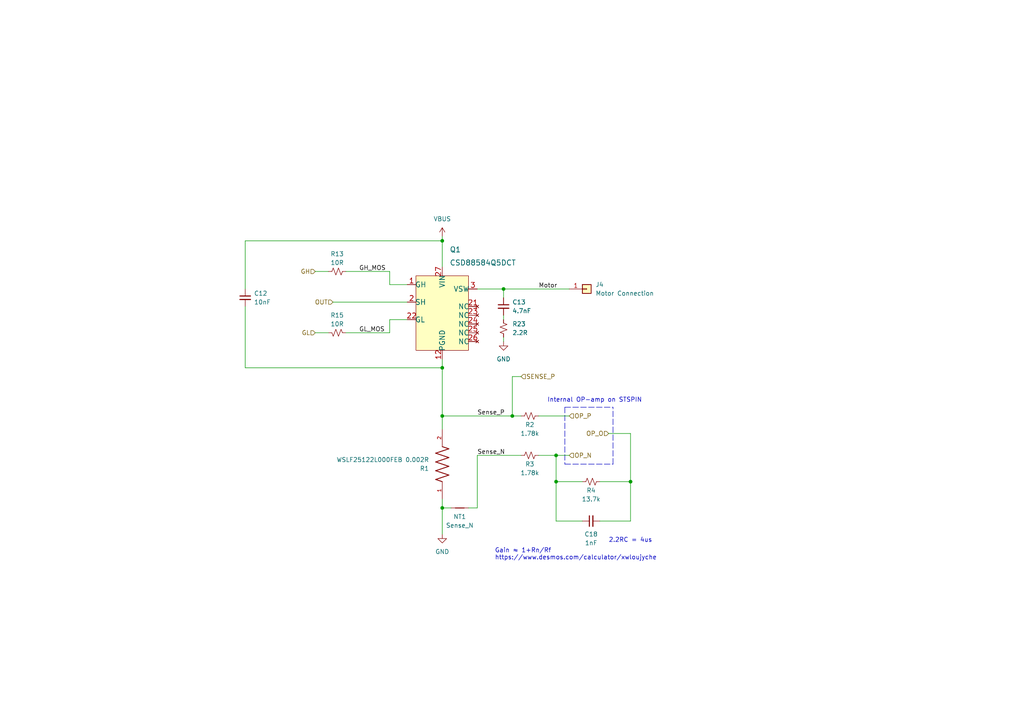
<source format=kicad_sch>
(kicad_sch (version 20211123) (generator eeschema)
  (paper "A4")
  (lib_symbols
    (symbol "Connector_Generic:Conn_01x01" (pin_names (offset 1.016) hide)
      (property "Reference" "J" (at 0 2.54 0))
      (property "Value" "Conn_01x01" (at 0 -2.54 0))
      (symbol "Conn_01x01_1_1"
        (rectangle (start -1.27 0.127) (end 0 -0.127) (stroke (width 0.1524)))
        (rectangle (start -1.27 1.27) (end 1.27 -1.27) (stroke (width 0.254)) (fill (type background)))
        (pin passive line (at -5.08 0 0) (length 3.81) (name "Pin_1") (number "1"))
      )
    )
    (symbol "Device:C_Small" (pin_numbers hide) (pin_names (offset 0.254) hide)
      (property "Reference" "C" (at 0.254 1.778 0))
      (property "Value" "C_Small" (at 0.254 -2.032 0))
      (symbol "C_Small_0_1"
        (polyline (pts (xy -1.524 -0.508) (xy 1.524 -0.508)) (stroke (width 0.3302)))
        (polyline (pts (xy -1.524 0.508) (xy 1.524 0.508)) (stroke (width 0.3048)))
      )
      (symbol "C_Small_1_1"
        (pin passive line (at 0 2.54 270) (length 2.032) (name "~") (number "1"))
        (pin passive line (at 0 -2.54 90) (length 2.032) (name "~") (number "2"))
      )
    )
    (symbol "Device:NetTie_2" (pin_numbers hide) (pin_names (offset 0) hide)
      (property "Reference" "NT" (at 0 1.27 0))
      (property "Value" "NetTie_2" (at 0 -1.27 0))
      (symbol "NetTie_2_0_1"
        (polyline (pts (xy -1.27 0) (xy 1.27 0)) (stroke (width 0.254)))
      )
      (symbol "NetTie_2_1_1"
        (pin passive line (at -2.54 0 0) (length 2.54) (name "1") (number "1"))
        (pin passive line (at 2.54 0 180) (length 2.54) (name "2") (number "2"))
      )
    )
    (symbol "Device:R_Small_US" (pin_numbers hide) (pin_names (offset 0.254) hide)
      (property "Reference" "R" (at 0.762 0.508 0))
      (property "Value" "R_Small_US" (at 0.762 -1.016 0))
      (symbol "R_Small_US_1_1"
        (polyline (pts (xy 0 0) (xy 1.016 -0.381) (xy 0 -0.762) (xy -1.016 -1.143) (xy 0 -1.524)))
        (polyline (pts (xy 0 1.524) (xy 1.016 1.143) (xy 0 0.762) (xy -1.016 0.381) (xy 0 0)))
        (pin passive line (at 0 2.54 270) (length 1.016) (name "~") (number "1"))
        (pin passive line (at 0 -2.54 90) (length 1.016) (name "~") (number "2"))
      )
    )
    (symbol "O32controller:CSD88584Q5DCT" (pin_names (offset -0.254))
      (property "Reference" "Q" (at 0 0 0))
      (property "Value" "CSD88584Q5DCT" (at 0 -31.75 0))
      (property "Datasheet" "https://www.ti.com/lit/ds/symlink/csd88584q5dc.pdf" (at 0 -35.56 0))
      (symbol "CSD88584Q5DCT_0_1"
        (rectangle (start -7.62 7.62) (end 7.62 -13.97) (fill (type background)))
      )
      (symbol "CSD88584Q5DCT_1_1"
        (pin input line (at -10.16 5.08 0) (length 2.54) (name "GH") (number "1"))
        (pin power_out line (at 0 -16.51 90) (length 2.54) (name "PGND") (number "12"))
        (pin output line (at -10.16 0 0) (length 2.54) (name "SH") (number "2"))
        (pin no_connect line (at 10.16 -1.27 180) (length 2.54) (name "NC") (number "21"))
        (pin input line (at -10.16 -5.08 0) (length 2.54) (name "GL") (number "22"))
        (pin no_connect line (at 10.16 -3.81 180) (length 2.54) (name "NC") (number "23"))
        (pin no_connect line (at 10.16 -6.35 180) (length 2.54) (name "NC") (number "24"))
        (pin no_connect line (at 10.16 -8.89 180) (length 2.54) (name "NC") (number "25"))
        (pin no_connect line (at 10.16 -11.43 180) (length 2.54) (name "NC") (number "26"))
        (pin power_in line (at 0 10.16 270) (length 2.54) (name "VIN") (number "27"))
        (pin output line (at 10.16 3.81 180) (length 2.54) (name "VSW") (number "3"))
      )
    )
    (symbol "O32controller:WSLF25122L000FEB" (pin_names (offset 1.016))
      (property "Reference" "R" (at -7.6244 2.5415 0))
      (property "Value" "WSLF25122L000FEB" (at -7.63 -5.0866 0))
      (symbol "WSLF25122L000FEB_0_0"
        (polyline (pts (xy -5.08 0) (xy -4.445 1.905)) (stroke (width 0.254)))
        (polyline (pts (xy -4.445 1.905) (xy -3.175 -1.905)) (stroke (width 0.254)))
        (polyline (pts (xy -3.175 -1.905) (xy -1.905 1.905)) (stroke (width 0.254)))
        (polyline (pts (xy -1.905 1.905) (xy -0.635 -1.905)) (stroke (width 0.254)))
        (polyline (pts (xy -0.635 -1.905) (xy 0.635 1.905)) (stroke (width 0.254)))
        (polyline (pts (xy 0.635 1.905) (xy 1.905 -1.905)) (stroke (width 0.254)))
        (polyline (pts (xy 1.905 -1.905) (xy 3.175 1.905)) (stroke (width 0.254)))
        (polyline (pts (xy 3.175 1.905) (xy 4.445 -1.905)) (stroke (width 0.254)))
        (polyline (pts (xy 4.445 -1.905) (xy 5.08 0)) (stroke (width 0.254)))
        (pin passive line (at -10.16 0 0) (length 5.08) (name "~") (number "1"))
        (pin passive line (at 10.16 0 180) (length 5.08) (name "~") (number "2"))
      )
    )
    (symbol "power:GND" (power) (pin_names (offset 0))
      (property "Value" "GND" (at 0 -3.81 0))
      (symbol "GND_0_1"
        (polyline (pts (xy 0 0) (xy 0 -1.27) (xy 1.27 -1.27) (xy 0 -2.54) (xy -1.27 -1.27) (xy 0 -1.27)))
      )
      (symbol "GND_1_1"
        (pin power_in line (at 0 0 270) (length 0) hide (name "GND") (number "1"))
      )
    )
    (symbol "power:VBUS" (power) (pin_names (offset 0))
      (property "Value" "VBUS" (at 0 3.81 0))
      (symbol "VBUS_0_1"
        (polyline (pts (xy -0.762 1.27) (xy 0 2.54)))
        (polyline (pts (xy 0 0) (xy 0 2.54)))
        (polyline (pts (xy 0 2.54) (xy 0.762 1.27)))
      )
      (symbol "VBUS_1_1"
        (pin power_in line (at 0 0 90) (length 0) hide (name "VBUS") (number "1"))
      )
    )
  )
  (junction (at 148.59 120.65))
  (junction (at 128.27 120.65))
  (junction (at 161.29 132.08))
  (junction (at 128.27 106.68))
  (junction (at 161.29 139.7))
  (junction (at 146.05 83.82))
  (junction (at 128.27 147.32))
  (junction (at 182.88 139.7))
  (junction (at 128.27 69.85))
  (wire (pts (xy 168.91 139.7) (xy 161.29 139.7)))
  (wire (pts (xy 138.43 83.82) (xy 146.05 83.82)))
  (wire (pts (xy 182.88 151.13) (xy 182.88 139.7)))
  (wire (pts (xy 128.27 106.68) (xy 128.27 120.65)))
  (wire (pts (xy 173.99 151.13) (xy 182.88 151.13)))
  (wire (pts (xy 161.29 132.08) (xy 161.29 139.7)))
  (wire (pts (xy 128.27 144.78) (xy 128.27 147.32)))
  (wire (pts (xy 173.99 139.7) (xy 182.88 139.7)))
  (polyline (pts (xy 163.83 118.11) (xy 177.8 118.11)))
  (wire (pts (xy 138.43 132.08) (xy 138.43 147.32)))
  (wire (pts (xy 156.21 120.65) (xy 165.1 120.65)))
  (wire (pts (xy 128.27 69.85) (xy 128.27 77.47)))
  (wire (pts (xy 113.03 92.71) (xy 113.03 96.52)))
  (wire (pts (xy 128.27 147.32) (xy 128.27 154.94)))
  (wire (pts (xy 161.29 151.13) (xy 161.29 139.7)))
  (wire (pts (xy 146.05 83.82) (xy 165.1 83.82)))
  (wire (pts (xy 118.11 92.71) (xy 113.03 92.71)))
  (wire (pts (xy 161.29 132.08) (xy 165.1 132.08)))
  (wire (pts (xy 113.03 96.52) (xy 100.33 96.52)))
  (wire (pts (xy 182.88 125.73) (xy 182.88 139.7)))
  (wire (pts (xy 128.27 68.58) (xy 128.27 69.85)))
  (wire (pts (xy 148.59 109.22) (xy 148.59 120.65)))
  (wire (pts (xy 71.12 106.68) (xy 71.12 88.9)))
  (wire (pts (xy 118.11 82.55) (xy 113.03 82.55)))
  (wire (pts (xy 91.44 96.52) (xy 95.25 96.52)))
  (wire (pts (xy 151.13 109.22) (xy 148.59 109.22)))
  (wire (pts (xy 71.12 83.82) (xy 71.12 69.85)))
  (wire (pts (xy 128.27 147.32) (xy 130.81 147.32)))
  (wire (pts (xy 146.05 91.44) (xy 146.05 92.71)))
  (wire (pts (xy 156.21 132.08) (xy 161.29 132.08)))
  (wire (pts (xy 113.03 82.55) (xy 113.03 78.74)))
  (polyline (pts (xy 163.83 118.11) (xy 163.83 134.62)))
  (wire (pts (xy 168.91 151.13) (xy 161.29 151.13)))
  (wire (pts (xy 138.43 132.08) (xy 151.13 132.08)))
  (wire (pts (xy 148.59 120.65) (xy 151.13 120.65)))
  (wire (pts (xy 96.5754 87.63) (xy 118.11 87.63)))
  (wire (pts (xy 146.05 99.06) (xy 146.05 97.79)))
  (wire (pts (xy 182.88 125.73) (xy 176.53 125.73)))
  (wire (pts (xy 128.27 104.14) (xy 128.27 106.68)))
  (polyline (pts (xy 177.8 134.62) (xy 177.8 118.11)))
  (wire (pts (xy 128.27 120.65) (xy 128.27 124.46)))
  (wire (pts (xy 91.44 78.74) (xy 95.25 78.74)))
  (wire (pts (xy 128.27 106.68) (xy 71.12 106.68)))
  (wire (pts (xy 128.27 120.65) (xy 148.59 120.65)))
  (polyline (pts (xy 163.83 134.62) (xy 177.8 134.62)))
  (wire (pts (xy 138.43 147.32) (xy 135.89 147.32)))
  (wire (pts (xy 71.12 69.85) (xy 128.27 69.85)))
  (wire (pts (xy 100.33 78.74) (xy 113.03 78.74)))
  (wire (pts (xy 146.05 86.36) (xy 146.05 83.82)))
  (text "Internal OP-amp on STSPIN" (at 158.75 116.84 0) (effects (font (size 1.27 1.27)) (justify left bottom)))
  (text "2.2RC = 4us" (at 176.53 157.48 0) (effects (font (size 1.27 1.27)) (justify left bottom)))
  (text "Gain ≈ 1+Rn/Rf\nhttps://www.desmos.com/calculator/xwloujyche" (at 143.51 162.56 0) (effects (font (size 1.27 1.27)) (justify left bottom)))
  (label "Sense_N" (at 138.43 132.08 0))
  (label "Motor" (at 156.21 83.82 0))
  (label "Sense_P" (at 138.43 120.65 0))
  (label "GL_MOS" (at 104.14 96.52 0))
  (label "GH_MOS" (at 104.14 78.74 0))
  (hierarchical_label "GL" (shape input) (at 91.44 96.52 180))
  (hierarchical_label "OP_P" (shape input) (at 165.1 120.65 0))
  (hierarchical_label "OP_O" (shape input) (at 176.53 125.73 180))
  (hierarchical_label "OP_N" (shape input) (at 165.1 132.08 0))
  (hierarchical_label "SENSE_P" (shape input) (at 151.13 109.22 0))
  (hierarchical_label "GH" (shape input) (at 91.44 78.74 180))
  (hierarchical_label "OUT" (shape input) (at 96.5754 87.63 180))
  (symbol (lib_id "Device:R_Small_US") (at 153.67 120.65 90) (unit 1)
    (property "Reference" "R2" (at 153.67 123.19 90))
    (property "Value" "1.78k" (at 153.67 125.73 90))
    (property "Footprint" "Resistor_SMD:R_0402_1005Metric" (effects hide))
  )
  (symbol (lib_id "Device:R_Small_US") (at 97.79 96.52 270) (mirror x) (unit 1)
    (property "Reference" "R15" (at 97.79 91.44 90))
    (property "Value" "10R" (at 97.79 93.98 90))
    (property "Footprint" "Resistor_SMD:R_0402_1005Metric" (effects hide))
  )
  (symbol (lib_id "power:VBUS") (at 128.27 68.58 0) (unit 1)
    (property "Reference" "#PWR0102" (effects hide))
    (property "Value" "VBUS" (at 128.27 63.5 0))
  )
  (symbol (lib_id "Device:R_Small_US") (at 146.05 95.25 0) (unit 1)
    (property "Reference" "R23" (at 148.59 93.98 0) (effects (justify left)))
    (property "Value" "2.2R" (at 148.59 96.52 0) (effects (justify left)))
    (property "Footprint" "Resistor_SMD:R_0402_1005Metric" (effects hide))
  )
  (symbol (lib_id "power:GND") (at 128.27 154.94 0) (unit 1)
    (property "Reference" "#PWR018" (effects hide))
    (property "Value" "GND" (at 128.27 160.02 0))
  )
  (symbol (lib_id "Device:C_Small") (at 146.05 88.9 0) (unit 1)
    (property "Reference" "C13" (at 148.59 87.63 0) (effects (justify left)))
    (property "Value" "4.7nF" (at 148.59 90.1762 0) (effects (justify left)))
    (property "Footprint" "Capacitor_SMD:C_0402_1005Metric" (effects hide))
  )
  (symbol (lib_id "Device:NetTie_2") (at 133.35 147.32 180) (unit 1)
    (property "Reference" "NT1" (at 133.35 149.86 0))
    (property "Value" "Sense_N" (at 133.35 152.4 0))
    (property "Footprint" "NetTie:NetTie-small" (effects hide))
  )
  (symbol (lib_id "Device:C_Small") (at 71.12 86.36 0) (unit 1)
    (property "Reference" "C12" (at 73.66 85.0962 0) (effects (justify left)))
    (property "Value" "10nF" (at 73.66 87.6362 0) (effects (justify left)))
    (property "Footprint" "Capacitor_SMD:C_0402_1005Metric" (effects hide))
  )
  (symbol (lib_id "Device:R_Small_US") (at 171.45 139.7 90) (unit 1)
    (property "Reference" "R4" (at 171.45 142.24 90))
    (property "Value" "13.7k" (at 171.45 144.78 90))
    (property "Footprint" "Resistor_SMD:R_0402_1005Metric" (effects hide))
  )
  (symbol (lib_id "power:GND") (at 146.05 99.06 0) (unit 1)
    (property "Reference" "#PWR0115" (effects hide))
    (property "Value" "GND" (at 146.05 104.14 0))
  )
  (symbol (lib_id "Connector_Generic:Conn_01x01") (at 170.18 83.82 0) (unit 1)
    (property "Reference" "J4" (at 172.72 82.5499 0) (effects (justify left)))
    (property "Value" "Motor Connection" (at 172.72 85.0899 0) (effects (justify left)))
    (property "Footprint" "O32controller:SolderWire-Actual_1x01_D1.7mm_OD_2.75mm" (effects hide))
  )
  (symbol (lib_id "Device:C_Small") (at 171.45 151.13 90) (unit 1)
    (property "Reference" "C18" (at 171.45 154.94 90))
    (property "Value" "1nF" (at 171.45 157.48 90))
    (property "Footprint" "Capacitor_SMD:C_0402_1005Metric" (effects hide))
  )
  (symbol (lib_id "O32controller:CSD88584Q5DCT") (at 128.27 87.63 0) (unit 1)
    (property "Reference" "Q1" (at 130.4151 72.39 0) (effects (font (size 1.524 1.524)) (justify left)))
    (property "Value" "CSD88584Q5DCT" (at 130.4151 76.2 0) (effects (font (size 1.524 1.524)) (justify left)))
    (property "Footprint" "O32controller:CSD88584Q5DCT" (effects hide))
    (property "Datasheet" "https://www.ti.com/lit/ds/symlink/csd88584q5dc.pdf" (effects hide))
  )
  (symbol (lib_id "O32controller:WSLF25122L000FEB") (at 128.27 134.62 90) (unit 1)
    (property "Reference" "R1" (at 124.46 135.8901 90) (effects (justify left)))
    (property "Value" "WSLF25122L000FEB 0.002R" (at 124.46 133.3501 90) (effects (justify left)))
    (property "Footprint" "RESC2550X76N" (effects hide))
  )
  (symbol (lib_id "Device:R_Small_US") (at 97.79 78.74 90) (unit 1)
    (property "Reference" "R13" (at 97.79 73.66 90))
    (property "Value" "10R" (at 97.79 76.2 90))
    (property "Footprint" "Resistor_SMD:R_0402_1005Metric" (effects hide))
  )
  (symbol (lib_id "Device:R_Small_US") (at 153.67 132.08 90) (unit 1)
    (property "Reference" "R3" (at 153.67 134.62 90))
    (property "Value" "1.78k" (at 153.67 137.16 90))
    (property "Footprint" "Resistor_SMD:R_0402_1005Metric" (effects hide))
  )
)
</source>
